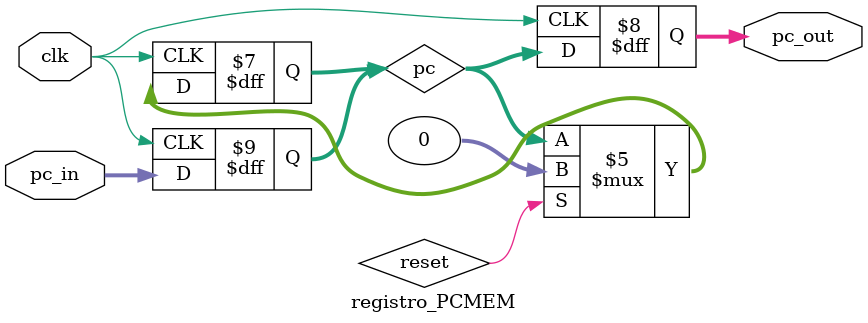
<source format=v>
module registro_PCMEM (clk, pc_in, pc_out);

input wire clk;
input wire [31:0] pc_in;
reg [31:0]pc;
output reg [31:0] pc_out;

initial begin
    pc <= 0;
    pc_out <= 0;
end



always @(posedge clk) // lee en el posedge
begin
    pc<=pc_in;
end
always @(negedge clk) // escritura en el negedge
begin
	if (reset == 1)
	begin
		pc <= 0;
	end	
	pc_out<=pc;
end

endmodule

</source>
